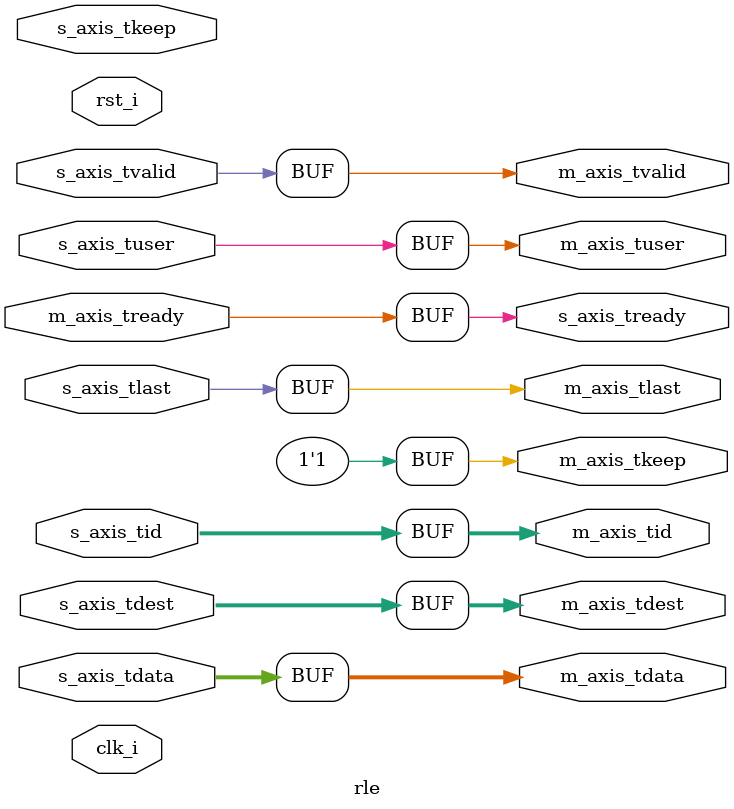
<source format=v>
`resetall
`timescale 1ns / 1ps
`default_nettype none

/*
 * AXI4-Stream register
 */
module rle #
(
    // Width of AXI stream interfaces in bits
    parameter AXIS_DATA_WIDTH = 8,
    // Propagate tkeep signal
    parameter AXIS_KEEP_ENABLE = (AXIS_DATA_WIDTH>8),
    // tkeep signal width (words per cycle)
    parameter AXIS_KEEP_WIDTH = ((AXIS_DATA_WIDTH+7)/8),
    // Propagate tlast signal
    parameter AXIS_LAST_ENABLE = 1,
    // Propagate tid signal
    parameter AXIS_ID_ENABLE = 1,
    // tid signal width
    parameter AXIS_ID_WIDTH = 8,
    // Propagate tdest signal
    parameter AXIS_DEST_ENABLE = 1,
    // tdest signal width
    parameter AXIS_DEST_WIDTH = 8,
    // Propagate tuser signal
    parameter AXIS_USER_ENABLE = 1,
    // tuser signal width
    parameter AXIS_USER_WIDTH = 1
) (
    input  wire                   clk_i,
    input  wire                   rst_i,

    /*
     * AXI Stream input
     */
    input  wire [AXIS_DATA_WIDTH-1:0]  s_axis_tdata,
    input  wire [AXIS_KEEP_WIDTH-1:0]  s_axis_tkeep,
    input  wire                        s_axis_tvalid,
    output wire                        s_axis_tready,
    input  wire                        s_axis_tlast,
    input  wire [AXIS_ID_WIDTH-1:0]    s_axis_tid,
    input  wire [AXIS_DEST_WIDTH-1:0]  s_axis_tdest,
    input  wire [AXIS_USER_WIDTH-1:0]  s_axis_tuser,

    /*
     * AXI Stream output
     */
    output wire [AXIS_DATA_WIDTH-1:0]  m_axis_tdata,
    output wire [AXIS_KEEP_WIDTH-1:0]  m_axis_tkeep,
    output wire                        m_axis_tvalid,
    input  wire                        m_axis_tready,
    output wire                        m_axis_tlast,
    output wire [AXIS_ID_WIDTH-1:0]    m_axis_tid,
    output wire [AXIS_DEST_WIDTH-1:0]  m_axis_tdest,
    output wire [AXIS_USER_WIDTH-1:0]  m_axis_tuser
);

    assign m_axis_tdata  = s_axis_tdata;
    assign m_axis_tkeep  = AXIS_KEEP_ENABLE ? s_axis_tkeep : {AXIS_KEEP_WIDTH{1'b1}};
    assign m_axis_tvalid = s_axis_tvalid;
    assign m_axis_tlast  = AXIS_LAST_ENABLE ? s_axis_tlast : 1'b1;
    assign m_axis_tid    = AXIS_ID_ENABLE   ? s_axis_tid   : {AXIS_ID_WIDTH{1'b0}};
    assign m_axis_tdest  = AXIS_DEST_ENABLE ? s_axis_tdest : {AXIS_DEST_WIDTH{1'b0}};
    assign m_axis_tuser  = AXIS_USER_ENABLE ? s_axis_tuser : {AXIS_USER_WIDTH{1'b0}};

    assign s_axis_tready = m_axis_tready;

endmodule
</source>
